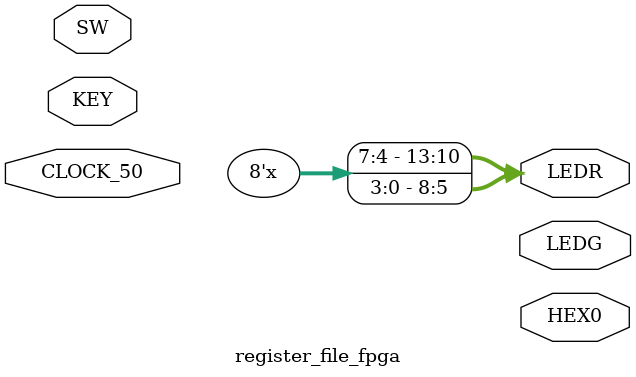
<source format=sv>
`include "register_file_if.vh"

module register_file_fpga (
	input logic CLOCK_50,
	input logic [3:0] KEY,
	input logic [17:0] SW,
	output logic [17:0] LEDR,
	output logic [17:0] LEDG,
	output logic [6:0] HEX0
);

	// interface
	register_file_if rfif();//CLOCK_50, KEY[2]);

	// components
	register_file RF(rfif , CLOCK_50 , KEY[0]);
	Control_unit CU(rfif);
	Alu alu(rfif);

	assign rfif.inst[25:06] = SW[17:0];


	assign LEDR[8:5] = rfif.rdat1[3:0];
	assign LEDR[13:10] = rfif.rdat2[3:0];

endmodule

</source>
